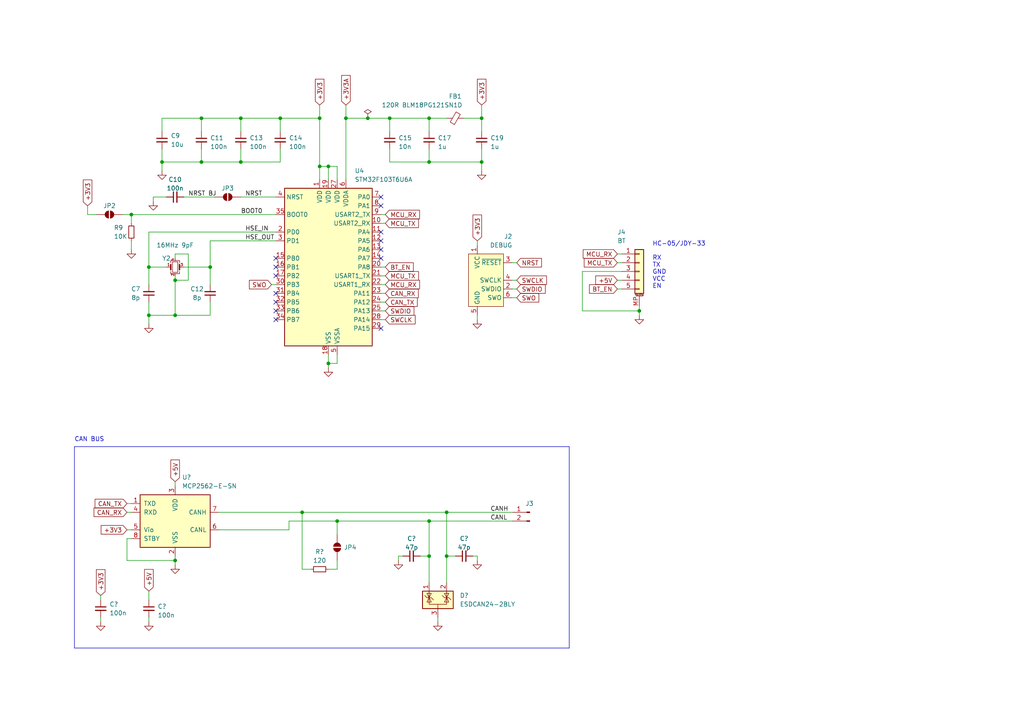
<source format=kicad_sch>
(kicad_sch (version 20230121) (generator eeschema)
  (paper "A4")
  (lib_symbols
    (symbol "Connector:Conn_01x02_Pin" (pin_names (offset 1.016) hide)
      (property "Reference" "J" (at 0 2.54 0))
      (property "Value" "Conn_01x02_Pin" (at 0 -5.08 0))
      (symbol "Conn_01x02_Pin_1_1"
        (polyline (pts (xy 1.27 -2.54) (xy 0.8636 -2.54)) (stroke (width 0.1524)))
        (polyline (pts (xy 1.27 0) (xy 0.8636 0)) (stroke (width 0.1524)))
        (rectangle (start 0.8636 -2.413) (end 0 -2.667) (stroke (width 0.1524)) (fill (type outline)))
        (rectangle (start 0.8636 0.127) (end 0 -0.127) (stroke (width 0.1524)) (fill (type outline)))
        (pin passive line (at 5.08 0 180) (length 3.81) (name "Pin_1") (number "1"))
        (pin passive line (at 5.08 -2.54 180) (length 3.81) (name "Pin_2") (number "2"))
      )
    )
    (symbol "Connector:Conn_ARM_SWD_TagConnect_TC2030-NL" (in_bom no)
      (property "Reference" "J" (at 2.54 11.43 0))
      (property "Value" "Conn_ARM_SWD_TagConnect_TC2030-NL" (at 2.54 8.89 0))
      (symbol "Conn_ARM_SWD_TagConnect_TC2030-NL_0_0"
        (pin power_in line (at -2.54 10.16 270) (length 2.54) (name "VCC") (number "1"))
        (pin bidirectional line (at 7.62 -2.54 180) (length 2.54) (name "SWDIO") (number "2"))
        (pin open_collector line (at 7.62 5.08 180) (length 2.54) (name "~{RESET}") (number "3"))
        (pin output line (at 7.62 0 180) (length 2.54) (name "SWCLK") (number "4"))
        (pin power_in line (at -2.54 -10.16 90) (length 2.54) (name "GND") (number "5"))
        (pin input line (at 7.62 -5.08 180) (length 2.54) (name "SWO") (number "6"))
      )
      (symbol "Conn_ARM_SWD_TagConnect_TC2030-NL_0_1"
        (rectangle (start -5.08 7.62) (end 5.08 -7.62) (fill (type background)))
      )
    )
    (symbol "Connector_Generic_MountingPin:Conn_01x05_MountingPin" (pin_names (offset 1.016) hide)
      (property "Reference" "J" (at 0 7.62 0))
      (property "Value" "Conn_01x05_MountingPin" (at 1.27 -7.62 0))
      (symbol "Conn_01x05_MountingPin_1_1"
        (rectangle (start -1.27 -4.953) (end 0 -5.207) (stroke (width 0.1524)))
        (rectangle (start -1.27 -2.413) (end 0 -2.667) (stroke (width 0.1524)))
        (rectangle (start -1.27 0.127) (end 0 -0.127) (stroke (width 0.1524)))
        (rectangle (start -1.27 2.667) (end 0 2.413) (stroke (width 0.1524)))
        (rectangle (start -1.27 5.207) (end 0 4.953) (stroke (width 0.1524)))
        (rectangle (start -1.27 6.35) (end 1.27 -6.35) (stroke (width 0.254)) (fill (type background)))
        (polyline (pts (xy -1.016 -7.112) (xy 1.016 -7.112)) (stroke (width 0.1524)))
        (text "Mounting" (at 0 -6.731 0) (effects (font (size 0.381 0.381))))
        (pin passive line (at -5.08 5.08 0) (length 3.81) (name "Pin_1") (number "1"))
        (pin passive line (at -5.08 2.54 0) (length 3.81) (name "Pin_2") (number "2"))
        (pin passive line (at -5.08 0 0) (length 3.81) (name "Pin_3") (number "3"))
        (pin passive line (at -5.08 -2.54 0) (length 3.81) (name "Pin_4") (number "4"))
        (pin passive line (at -5.08 -5.08 0) (length 3.81) (name "Pin_5") (number "5"))
        (pin passive line (at 0 -10.16 90) (length 3.048) (name "MountPin") (number "MP"))
      )
    )
    (symbol "Device:C_Small" (pin_numbers hide) (pin_names (offset 0.254) hide)
      (property "Reference" "C" (at 0.254 1.778 0))
      (property "Value" "C_Small" (at 0.254 -2.032 0))
      (symbol "C_Small_0_1"
        (polyline (pts (xy -1.524 -0.508) (xy 1.524 -0.508)) (stroke (width 0.3302)))
        (polyline (pts (xy -1.524 0.508) (xy 1.524 0.508)) (stroke (width 0.3048)))
      )
      (symbol "C_Small_1_1"
        (pin passive line (at 0 2.54 270) (length 2.032) (name "~") (number "1"))
        (pin passive line (at 0 -2.54 90) (length 2.032) (name "~") (number "2"))
      )
    )
    (symbol "Device:Crystal_GND24_Small" (pin_names (offset 1.016) hide)
      (property "Reference" "Y" (at 1.27 4.445 0))
      (property "Value" "Crystal_GND24_Small" (at 1.27 2.54 0))
      (symbol "Crystal_GND24_Small_0_1"
        (rectangle (start -0.762 -1.524) (end 0.762 1.524))
        (polyline (pts (xy -1.27 -0.762) (xy -1.27 0.762)) (stroke (width 0.381)))
        (polyline (pts (xy 1.27 -0.762) (xy 1.27 0.762)) (stroke (width 0.381)))
        (polyline (pts (xy -1.27 -1.27) (xy -1.27 -1.905) (xy 1.27 -1.905) (xy 1.27 -1.27)))
        (polyline (pts (xy -1.27 1.27) (xy -1.27 1.905) (xy 1.27 1.905) (xy 1.27 1.27)))
      )
      (symbol "Crystal_GND24_Small_1_1"
        (pin passive line (at -2.54 0 0) (length 1.27) (name "1") (number "1"))
        (pin passive line (at 0 -2.54 90) (length 0.635) (name "2") (number "2"))
        (pin passive line (at 2.54 0 180) (length 1.27) (name "3") (number "3"))
        (pin passive line (at 0 2.54 270) (length 0.635) (name "4") (number "4"))
      )
    )
    (symbol "Device:FerriteBead_Small" (pin_numbers hide) (pin_names (offset 0))
      (property "Reference" "FB" (at 1.905 1.27 0))
      (property "Value" "FerriteBead_Small" (at 1.905 -1.27 0))
      (symbol "FerriteBead_Small_0_1"
        (polyline (pts (xy 0 -1.27) (xy 0 -0.7874)))
        (polyline (pts (xy 0 0.889) (xy 0 1.2954)))
        (polyline (pts (xy -1.8288 0.2794) (xy -1.1176 1.4986) (xy 1.8288 -0.2032) (xy 1.1176 -1.4224) (xy -1.8288 0.2794)))
      )
      (symbol "FerriteBead_Small_1_1"
        (pin passive line (at 0 2.54 270) (length 1.27) (name "~") (number "1"))
        (pin passive line (at 0 -2.54 90) (length 1.27) (name "~") (number "2"))
      )
    )
    (symbol "Device:R_Small" (pin_numbers hide) (pin_names (offset 0.254) hide)
      (property "Reference" "R" (at 0.762 0.508 0))
      (property "Value" "R_Small" (at 0.762 -1.016 0))
      (symbol "R_Small_0_1"
        (rectangle (start -0.762 1.778) (end 0.762 -1.778) (stroke (width 0.2032)))
      )
      (symbol "R_Small_1_1"
        (pin passive line (at 0 2.54 270) (length 0.762) (name "~") (number "1"))
        (pin passive line (at 0 -2.54 90) (length 0.762) (name "~") (number "2"))
      )
    )
    (symbol "GND_1" (power) (pin_names (offset 0))
      (property "Value" "GND_1" (at 0 -3.81 0))
      (symbol "GND_1_0_1"
        (polyline (pts (xy 0 0) (xy 0 -1.27) (xy 1.27 -1.27) (xy 0 -2.54) (xy -1.27 -1.27) (xy 0 -1.27)))
      )
      (symbol "GND_1_1_1"
        (pin power_in line (at 0 0 270) (length 0) hide (name "GND") (number "1"))
      )
    )
    (symbol "GND_10" (power) (pin_names (offset 0))
      (property "Value" "GND_10" (at 0 -3.81 0))
      (symbol "GND_10_0_1"
        (polyline (pts (xy 0 0) (xy 0 -1.27) (xy 1.27 -1.27) (xy 0 -2.54) (xy -1.27 -1.27) (xy 0 -1.27)))
      )
      (symbol "GND_10_1_1"
        (pin power_in line (at 0 0 270) (length 0) hide (name "GND") (number "1"))
      )
    )
    (symbol "GND_11" (power) (pin_names (offset 0))
      (property "Value" "GND_11" (at 0 -3.81 0))
      (symbol "GND_11_0_1"
        (polyline (pts (xy 0 0) (xy 0 -1.27) (xy 1.27 -1.27) (xy 0 -2.54) (xy -1.27 -1.27) (xy 0 -1.27)))
      )
      (symbol "GND_11_1_1"
        (pin power_in line (at 0 0 270) (length 0) hide (name "GND") (number "1"))
      )
    )
    (symbol "GND_2" (power) (pin_names (offset 0))
      (property "Value" "GND_2" (at 0 -3.81 0))
      (symbol "GND_2_0_1"
        (polyline (pts (xy 0 0) (xy 0 -1.27) (xy 1.27 -1.27) (xy 0 -2.54) (xy -1.27 -1.27) (xy 0 -1.27)))
      )
      (symbol "GND_2_1_1"
        (pin power_in line (at 0 0 270) (length 0) hide (name "GND") (number "1"))
      )
    )
    (symbol "GND_3" (power) (pin_names (offset 0))
      (property "Value" "GND_3" (at 0 -3.81 0))
      (symbol "GND_3_0_1"
        (polyline (pts (xy 0 0) (xy 0 -1.27) (xy 1.27 -1.27) (xy 0 -2.54) (xy -1.27 -1.27) (xy 0 -1.27)))
      )
      (symbol "GND_3_1_1"
        (pin power_in line (at 0 0 270) (length 0) hide (name "GND") (number "1"))
      )
    )
    (symbol "GND_4" (power) (pin_names (offset 0))
      (property "Value" "GND_4" (at 0 -3.81 0))
      (symbol "GND_4_0_1"
        (polyline (pts (xy 0 0) (xy 0 -1.27) (xy 1.27 -1.27) (xy 0 -2.54) (xy -1.27 -1.27) (xy 0 -1.27)))
      )
      (symbol "GND_4_1_1"
        (pin power_in line (at 0 0 270) (length 0) hide (name "GND") (number "1"))
      )
    )
    (symbol "GND_5" (power) (pin_names (offset 0))
      (property "Value" "GND_5" (at 0 -3.81 0))
      (symbol "GND_5_0_1"
        (polyline (pts (xy 0 0) (xy 0 -1.27) (xy 1.27 -1.27) (xy 0 -2.54) (xy -1.27 -1.27) (xy 0 -1.27)))
      )
      (symbol "GND_5_1_1"
        (pin power_in line (at 0 0 270) (length 0) hide (name "GND") (number "1"))
      )
    )
    (symbol "GND_6" (power) (pin_names (offset 0))
      (property "Value" "GND_6" (at 0 -3.81 0))
      (symbol "GND_6_0_1"
        (polyline (pts (xy 0 0) (xy 0 -1.27) (xy 1.27 -1.27) (xy 0 -2.54) (xy -1.27 -1.27) (xy 0 -1.27)))
      )
      (symbol "GND_6_1_1"
        (pin power_in line (at 0 0 270) (length 0) hide (name "GND") (number "1"))
      )
    )
    (symbol "GND_7" (power) (pin_names (offset 0))
      (property "Value" "GND_7" (at 0 -3.81 0))
      (symbol "GND_7_0_1"
        (polyline (pts (xy 0 0) (xy 0 -1.27) (xy 1.27 -1.27) (xy 0 -2.54) (xy -1.27 -1.27) (xy 0 -1.27)))
      )
      (symbol "GND_7_1_1"
        (pin power_in line (at 0 0 270) (length 0) hide (name "GND") (number "1"))
      )
    )
    (symbol "GND_8" (power) (pin_names (offset 0))
      (property "Value" "GND_8" (at 0 -3.81 0))
      (symbol "GND_8_0_1"
        (polyline (pts (xy 0 0) (xy 0 -1.27) (xy 1.27 -1.27) (xy 0 -2.54) (xy -1.27 -1.27) (xy 0 -1.27)))
      )
      (symbol "GND_8_1_1"
        (pin power_in line (at 0 0 270) (length 0) hide (name "GND") (number "1"))
      )
    )
    (symbol "GND_9" (power) (pin_names (offset 0))
      (property "Value" "GND_9" (at 0 -3.81 0))
      (symbol "GND_9_0_1"
        (polyline (pts (xy 0 0) (xy 0 -1.27) (xy 1.27 -1.27) (xy 0 -2.54) (xy -1.27 -1.27) (xy 0 -1.27)))
      )
      (symbol "GND_9_1_1"
        (pin power_in line (at 0 0 270) (length 0) hide (name "GND") (number "1"))
      )
    )
    (symbol "Interface_CAN_LIN:MCP2562-E-SN" (pin_names (offset 1.016))
      (property "Reference" "U" (at -10.16 8.89 0))
      (property "Value" "MCP2562-E-SN" (at 2.54 8.89 0))
      (symbol "MCP2562-E-SN_0_1"
        (rectangle (start -10.16 7.62) (end 10.16 -7.62) (stroke (width 0.254)) (fill (type background)))
      )
      (symbol "MCP2562-E-SN_1_1"
        (pin input line (at -12.7 5.08 0) (length 2.54) (name "TXD") (number "1"))
        (pin power_in line (at 0 -10.16 90) (length 2.54) (name "VSS") (number "2"))
        (pin power_in line (at 0 10.16 270) (length 2.54) (name "VDD") (number "3"))
        (pin output line (at -12.7 2.54 0) (length 2.54) (name "RXD") (number "4"))
        (pin power_in line (at -12.7 -2.54 0) (length 2.54) (name "Vio") (number "5"))
        (pin bidirectional line (at 12.7 -2.54 180) (length 2.54) (name "CANL") (number "6"))
        (pin bidirectional line (at 12.7 2.54 180) (length 2.54) (name "CANH") (number "7"))
        (pin input line (at -12.7 -5.08 0) (length 2.54) (name "STBY") (number "8"))
      )
    )
    (symbol "Jumper:SolderJumper_2_Open" (pin_numbers hide) (pin_names (offset 0) hide)
      (property "Reference" "JP" (at 0 2.032 0))
      (property "Value" "SolderJumper_2_Open" (at 0 -2.54 0))
      (symbol "SolderJumper_2_Open_0_1"
        (arc (start -0.254 1.016) (mid -1.2656 0) (end -0.254 -1.016))
        (arc (start -0.254 1.016) (mid -1.2656 0) (end -0.254 -1.016) (fill (type outline)))
        (polyline (pts (xy -0.254 1.016) (xy -0.254 -1.016)))
        (polyline (pts (xy 0.254 1.016) (xy 0.254 -1.016)))
        (arc (start 0.254 -1.016) (mid 1.2656 0) (end 0.254 1.016))
        (arc (start 0.254 -1.016) (mid 1.2656 0) (end 0.254 1.016) (fill (type outline)))
      )
      (symbol "SolderJumper_2_Open_1_1"
        (pin passive line (at -3.81 0 0) (length 2.54) (name "A") (number "1"))
        (pin passive line (at 3.81 0 180) (length 2.54) (name "B") (number "2"))
      )
    )
    (symbol "MCU_ST_STM32F1:STM32F103T6Ux"
      (property "Reference" "U" (at -12.7 24.13 0))
      (property "Value" "STM32F103T6Ux" (at 7.62 24.13 0))
      (symbol "STM32F103T6Ux_0_1"
        (rectangle (start -12.7 -22.86) (end 12.7 22.86) (stroke (width 0.254)) (fill (type background)))
      )
      (symbol "STM32F103T6Ux_1_1"
        (pin power_in line (at -2.54 25.4 270) (length 2.54) (name "VDD") (number "1"))
        (pin bidirectional line (at 15.24 12.7 180) (length 2.54) (name "PA3") (number "10") (alternate "USART2_RX" bidirectional line))
        (pin bidirectional line (at 15.24 10.16 180) (length 2.54) (name "PA4") (number "11"))
        (pin bidirectional line (at 15.24 7.62 180) (length 2.54) (name "PA5") (number "12"))
        (pin bidirectional line (at 15.24 5.08 180) (length 2.54) (name "PA6") (number "13"))
        (pin bidirectional line (at 15.24 2.54 180) (length 2.54) (name "PA7") (number "14"))
        (pin bidirectional line (at -15.24 2.54 0) (length 2.54) (name "PB0") (number "15"))
        (pin bidirectional line (at -15.24 0 0) (length 2.54) (name "PB1") (number "16"))
        (pin bidirectional line (at -15.24 -2.54 0) (length 2.54) (name "PB2") (number "17"))
        (pin power_in line (at 0 -25.4 90) (length 2.54) (name "VSS") (number "18"))
        (pin power_in line (at 0 25.4 270) (length 2.54) (name "VDD") (number "19"))
        (pin bidirectional line (at -15.24 10.16 0) (length 2.54) (name "PD0") (number "2"))
        (pin bidirectional line (at 15.24 0 180) (length 2.54) (name "PA8") (number "20"))
        (pin bidirectional line (at 15.24 -2.54 180) (length 2.54) (name "PA9") (number "21") (alternate "USART1_TX" bidirectional line))
        (pin bidirectional line (at 15.24 -5.08 180) (length 2.54) (name "PA10") (number "22") (alternate "USART1_RX" bidirectional line))
        (pin bidirectional line (at 15.24 -7.62 180) (length 2.54) (name "PA11") (number "23"))
        (pin bidirectional line (at 15.24 -10.16 180) (length 2.54) (name "PA12") (number "24"))
        (pin bidirectional line (at 15.24 -12.7 180) (length 2.54) (name "PA13") (number "25"))
        (pin passive line (at 0 -25.4 90) (length 2.54) hide (name "VSS") (number "26"))
        (pin power_in line (at 2.54 25.4 270) (length 2.54) (name "VDD") (number "27"))
        (pin bidirectional line (at 15.24 -15.24 180) (length 2.54) (name "PA14") (number "28"))
        (pin bidirectional line (at 15.24 -17.78 180) (length 2.54) (name "PA15") (number "29"))
        (pin bidirectional line (at -15.24 7.62 0) (length 2.54) (name "PD1") (number "3"))
        (pin bidirectional line (at -15.24 -5.08 0) (length 2.54) (name "PB3") (number "30"))
        (pin bidirectional line (at -15.24 -7.62 0) (length 2.54) (name "PB4") (number "31"))
        (pin bidirectional line (at -15.24 -10.16 0) (length 2.54) (name "PB5") (number "32"))
        (pin bidirectional line (at -15.24 -12.7 0) (length 2.54) (name "PB6") (number "33") (alternate "USART1_TX" bidirectional line))
        (pin bidirectional line (at -15.24 -15.24 0) (length 2.54) (name "PB7") (number "34") (alternate "USART1_RX" bidirectional line))
        (pin input line (at -15.24 15.24 0) (length 2.54) (name "BOOT0") (number "35"))
        (pin passive line (at 0 -25.4 90) (length 2.54) hide (name "VSS") (number "36"))
        (pin passive line (at 0 -25.4 90) (length 2.54) hide (name "VSS") (number "37"))
        (pin input line (at -15.24 20.32 0) (length 2.54) (name "NRST") (number "4"))
        (pin power_in line (at 2.54 -25.4 90) (length 2.54) (name "VSSA") (number "5"))
        (pin power_in line (at 5.08 25.4 270) (length 2.54) (name "VDDA") (number "6"))
        (pin bidirectional line (at 15.24 20.32 180) (length 2.54) (name "PA0") (number "7"))
        (pin bidirectional line (at 15.24 17.78 180) (length 2.54) (name "PA1") (number "8"))
        (pin bidirectional line (at 15.24 15.24 180) (length 2.54) (name "PA2") (number "9") (alternate "USART2_TX" bidirectional line))
      )
    )
    (symbol "Power_Protection:SZNUP2105L" (pin_names hide)
      (property "Reference" "D" (at 5.715 2.54 0))
      (property "Value" "SZNUP2105L" (at 5.715 0.635 0))
      (symbol "SZNUP2105L_0_0"
        (pin passive line (at 0 -5.08 90) (length 2.54) (name "A") (number "3"))
      )
      (symbol "SZNUP2105L_0_1"
        (rectangle (start -4.445 2.54) (end 4.445 -2.54) (stroke (width 0.254)) (fill (type background)))
        (polyline (pts (xy -2.54 2.54) (xy -2.54 0.635)))
        (polyline (pts (xy 0 -1.27) (xy 0 -2.54)))
        (polyline (pts (xy 2.54 2.54) (xy 2.54 0.635)))
        (polyline (pts (xy -3.81 1.27) (xy -3.175 0.635) (xy -1.905 0.635) (xy -1.27 0)))
        (polyline (pts (xy -2.54 0.635) (xy -2.54 -1.27) (xy 2.54 -1.27) (xy 2.54 0.635)))
        (polyline (pts (xy -2.54 0.635) (xy -1.905 -0.635) (xy -3.175 -0.635) (xy -2.54 0.635)))
        (polyline (pts (xy 2.54 0.635) (xy 1.905 -0.635) (xy 3.175 -0.635) (xy 2.54 0.635)))
        (polyline (pts (xy 2.54 0.635) (xy 3.175 1.905) (xy 1.905 1.905) (xy 2.54 0.635)))
        (polyline (pts (xy -2.54 0.635) (xy -3.175 1.905) (xy -1.905 1.905) (xy -2.54 0.635) (xy -2.54 1.27)))
        (polyline (pts (xy 1.27 1.27) (xy 1.905 0.635) (xy 2.54 0.635) (xy 3.175 0.635) (xy 3.81 0)))
      )
      (symbol "SZNUP2105L_1_1"
        (pin passive line (at -2.54 5.08 270) (length 2.54) (name "K") (number "1"))
        (pin passive line (at 2.54 5.08 270) (length 2.54) (name "K") (number "2"))
      )
    )
    (symbol "power:GND" (power) (pin_names (offset 0))
      (property "Value" "GND" (at 0 -3.81 0))
      (symbol "GND_0_1"
        (polyline (pts (xy 0 0) (xy 0 -1.27) (xy 1.27 -1.27) (xy 0 -2.54) (xy -1.27 -1.27) (xy 0 -1.27)))
      )
      (symbol "GND_1_1"
        (pin power_in line (at 0 0 270) (length 0) hide (name "GND") (number "1"))
      )
    )
    (symbol "power:PWR_FLAG" (power) (pin_numbers hide) (pin_names (offset 0) hide)
      (property "Value" "PWR_FLAG" (at 0 3.81 0))
      (symbol "PWR_FLAG_0_0"
        (pin power_out line (at 0 0 90) (length 0) (name "pwr") (number "1"))
      )
      (symbol "PWR_FLAG_0_1"
        (polyline (pts (xy 0 0) (xy 0 1.27) (xy -1.016 1.905) (xy 0 2.54) (xy 1.016 1.905) (xy 0 1.27)))
      )
    )
  )
  (junction (at 100.33 34.29))
  (junction (at 50.8 162.56))
  (junction (at 95.25 105.41))
  (junction (at 69.85 34.29))
  (junction (at 81.28 34.29))
  (junction (at 43.18 77.47))
  (junction (at 129.54 148.59))
  (junction (at 92.71 34.29))
  (junction (at 97.79 151.13))
  (junction (at 124.46 34.29))
  (junction (at 124.46 161.29))
  (junction (at 87.63 148.59))
  (junction (at 60.96 77.47))
  (junction (at 139.7 46.99))
  (junction (at 124.46 46.99))
  (junction (at 43.18 91.44))
  (junction (at 58.42 46.99))
  (junction (at 129.54 161.29))
  (junction (at 124.46 151.13))
  (junction (at 92.71 48.26))
  (junction (at 46.99 46.99))
  (junction (at 95.25 48.26))
  (junction (at 50.8 91.44))
  (junction (at 185.42 90.17))
  (junction (at 38.1 62.23))
  (junction (at 50.8 81.28))
  (junction (at 69.85 46.99))
  (junction (at 113.03 34.29))
  (junction (at 139.7 34.29))
  (junction (at 58.42 34.29))
  (junction (at 106.68 34.29))
  (no_connect (at 80.01 92.71))
  (no_connect (at 80.01 80.01))
  (no_connect (at 80.01 85.09))
  (no_connect (at 110.49 67.31))
  (no_connect (at 80.01 90.17))
  (no_connect (at 110.49 72.39))
  (no_connect (at 110.49 69.85))
  (no_connect (at 110.49 57.15))
  (no_connect (at 110.49 74.93))
  (no_connect (at 80.01 77.47))
  (no_connect (at 110.49 95.25))
  (no_connect (at 80.01 74.93))
  (no_connect (at 80.01 87.63))
  (no_connect (at 110.49 59.69))
  (wire (pts (xy 185.42 91.44) (xy 185.42 90.17)))
  (wire (pts (xy 36.83 162.56) (xy 50.8 162.56)))
  (wire (pts (xy 36.83 153.67) (xy 38.1 153.67)))
  (wire (pts (xy 111.76 82.55) (xy 110.49 82.55)))
  (wire (pts (xy 87.63 148.59) (xy 129.54 148.59)))
  (wire (pts (xy 54.61 81.28) (xy 50.8 81.28)))
  (wire (pts (xy 139.7 46.99) (xy 139.7 49.53)))
  (wire (pts (xy 95.25 105.41) (xy 95.25 106.68)))
  (wire (pts (xy 139.7 43.18) (xy 139.7 46.99)))
  (wire (pts (xy 81.28 43.18) (xy 81.28 46.99)))
  (wire (pts (xy 92.71 30.48) (xy 92.71 34.29)))
  (wire (pts (xy 129.54 148.59) (xy 148.59 148.59)))
  (wire (pts (xy 50.8 162.56) (xy 50.8 163.83)))
  (wire (pts (xy 97.79 151.13) (xy 124.46 151.13)))
  (wire (pts (xy 127 179.07) (xy 127 180.34)))
  (wire (pts (xy 168.91 78.74) (xy 168.91 90.17)))
  (wire (pts (xy 50.8 81.28) (xy 50.8 91.44)))
  (wire (pts (xy 63.5 153.67) (xy 83.82 153.67)))
  (wire (pts (xy 53.34 77.47) (xy 60.96 77.47)))
  (wire (pts (xy 25.4 62.23) (xy 27.94 62.23)))
  (wire (pts (xy 121.92 161.29) (xy 124.46 161.29)))
  (wire (pts (xy 124.46 151.13) (xy 124.46 161.29)))
  (polyline (pts (xy 21.59 129.54) (xy 165.1 129.54)))
  (wire (pts (xy 43.18 171.45) (xy 43.18 173.99)))
  (wire (pts (xy 69.85 34.29) (xy 69.85 38.1)))
  (wire (pts (xy 38.1 156.21) (xy 36.83 156.21)))
  (wire (pts (xy 137.16 161.29) (xy 138.43 161.29)))
  (wire (pts (xy 179.07 81.28) (xy 180.34 81.28)))
  (wire (pts (xy 149.86 81.28) (xy 148.59 81.28)))
  (wire (pts (xy 38.1 62.23) (xy 38.1 64.77)))
  (wire (pts (xy 139.7 34.29) (xy 139.7 38.1)))
  (wire (pts (xy 43.18 67.31) (xy 43.18 77.47)))
  (wire (pts (xy 60.96 77.47) (xy 60.96 82.55)))
  (wire (pts (xy 148.59 86.36) (xy 149.86 86.36)))
  (wire (pts (xy 38.1 69.85) (xy 38.1 72.39)))
  (wire (pts (xy 50.8 162.56) (xy 50.8 161.29)))
  (wire (pts (xy 43.18 91.44) (xy 43.18 93.98)))
  (wire (pts (xy 149.86 83.82) (xy 148.59 83.82)))
  (wire (pts (xy 78.74 82.55) (xy 80.01 82.55)))
  (wire (pts (xy 168.91 90.17) (xy 185.42 90.17)))
  (wire (pts (xy 69.85 57.15) (xy 80.01 57.15)))
  (wire (pts (xy 83.82 151.13) (xy 97.79 151.13)))
  (wire (pts (xy 63.5 148.59) (xy 87.63 148.59)))
  (wire (pts (xy 113.03 46.99) (xy 124.46 46.99)))
  (wire (pts (xy 54.61 73.66) (xy 54.61 81.28)))
  (wire (pts (xy 97.79 105.41) (xy 95.25 105.41)))
  (wire (pts (xy 58.42 46.99) (xy 69.85 46.99)))
  (wire (pts (xy 95.25 102.87) (xy 95.25 105.41)))
  (wire (pts (xy 50.8 74.93) (xy 50.8 73.66)))
  (wire (pts (xy 138.43 161.29) (xy 138.43 162.56)))
  (wire (pts (xy 50.8 91.44) (xy 60.96 91.44)))
  (wire (pts (xy 185.42 90.17) (xy 185.42 88.9)))
  (wire (pts (xy 129.54 161.29) (xy 132.08 161.29)))
  (wire (pts (xy 97.79 162.56) (xy 97.79 165.1)))
  (wire (pts (xy 97.79 151.13) (xy 97.79 154.94)))
  (wire (pts (xy 83.82 151.13) (xy 83.82 153.67)))
  (wire (pts (xy 92.71 48.26) (xy 92.71 52.07)))
  (wire (pts (xy 129.54 161.29) (xy 129.54 168.91)))
  (wire (pts (xy 29.21 172.72) (xy 29.21 173.99)))
  (wire (pts (xy 43.18 77.47) (xy 48.26 77.47)))
  (wire (pts (xy 58.42 43.18) (xy 58.42 46.99)))
  (wire (pts (xy 113.03 34.29) (xy 106.68 34.29)))
  (wire (pts (xy 111.76 85.09) (xy 110.49 85.09)))
  (wire (pts (xy 90.17 165.1) (xy 87.63 165.1)))
  (wire (pts (xy 48.26 57.15) (xy 44.45 57.15)))
  (wire (pts (xy 115.57 161.29) (xy 115.57 162.56)))
  (polyline (pts (xy 165.1 129.54) (xy 165.1 187.96)))
  (wire (pts (xy 60.96 69.85) (xy 80.01 69.85)))
  (wire (pts (xy 179.07 83.82) (xy 180.34 83.82)))
  (wire (pts (xy 46.99 46.99) (xy 58.42 46.99)))
  (wire (pts (xy 69.85 43.18) (xy 69.85 46.99)))
  (wire (pts (xy 69.85 46.99) (xy 81.28 46.99)))
  (wire (pts (xy 138.43 92.71) (xy 138.43 91.44)))
  (wire (pts (xy 81.28 34.29) (xy 92.71 34.29)))
  (wire (pts (xy 149.86 76.2) (xy 148.59 76.2)))
  (wire (pts (xy 80.01 67.31) (xy 43.18 67.31)))
  (wire (pts (xy 134.62 34.29) (xy 139.7 34.29)))
  (wire (pts (xy 36.83 146.05) (xy 38.1 146.05)))
  (wire (pts (xy 43.18 179.07) (xy 43.18 180.34)))
  (polyline (pts (xy 165.1 187.96) (xy 21.59 187.96)))
  (wire (pts (xy 43.18 91.44) (xy 50.8 91.44)))
  (wire (pts (xy 110.49 62.23) (xy 111.76 62.23)))
  (wire (pts (xy 95.25 48.26) (xy 92.71 48.26)))
  (wire (pts (xy 179.07 76.2) (xy 180.34 76.2)))
  (wire (pts (xy 124.46 151.13) (xy 148.59 151.13)))
  (wire (pts (xy 46.99 46.99) (xy 46.99 49.53)))
  (wire (pts (xy 87.63 148.59) (xy 87.63 165.1)))
  (wire (pts (xy 46.99 38.1) (xy 46.99 34.29)))
  (wire (pts (xy 43.18 77.47) (xy 43.18 82.55)))
  (wire (pts (xy 43.18 87.63) (xy 43.18 91.44)))
  (wire (pts (xy 116.84 161.29) (xy 115.57 161.29)))
  (wire (pts (xy 100.33 30.48) (xy 100.33 34.29)))
  (wire (pts (xy 25.4 59.69) (xy 25.4 62.23)))
  (wire (pts (xy 58.42 34.29) (xy 69.85 34.29)))
  (wire (pts (xy 124.46 46.99) (xy 124.46 43.18)))
  (wire (pts (xy 53.34 57.15) (xy 62.23 57.15)))
  (wire (pts (xy 46.99 34.29) (xy 58.42 34.29)))
  (wire (pts (xy 44.45 57.15) (xy 44.45 58.42)))
  (wire (pts (xy 50.8 139.7) (xy 50.8 140.97)))
  (wire (pts (xy 139.7 30.48) (xy 139.7 34.29)))
  (wire (pts (xy 60.96 77.47) (xy 60.96 69.85)))
  (wire (pts (xy 113.03 38.1) (xy 113.03 34.29)))
  (wire (pts (xy 139.7 46.99) (xy 124.46 46.99)))
  (wire (pts (xy 35.56 62.23) (xy 38.1 62.23)))
  (wire (pts (xy 81.28 34.29) (xy 81.28 38.1)))
  (wire (pts (xy 36.83 148.59) (xy 38.1 148.59)))
  (wire (pts (xy 111.76 90.17) (xy 110.49 90.17)))
  (wire (pts (xy 111.76 92.71) (xy 110.49 92.71)))
  (wire (pts (xy 69.85 34.29) (xy 81.28 34.29)))
  (wire (pts (xy 129.54 148.59) (xy 129.54 161.29)))
  (wire (pts (xy 100.33 34.29) (xy 100.33 52.07)))
  (wire (pts (xy 110.49 64.77) (xy 111.76 64.77)))
  (wire (pts (xy 95.25 165.1) (xy 97.79 165.1)))
  (wire (pts (xy 58.42 34.29) (xy 58.42 38.1)))
  (wire (pts (xy 46.99 43.18) (xy 46.99 46.99)))
  (wire (pts (xy 50.8 73.66) (xy 54.61 73.66)))
  (wire (pts (xy 111.76 87.63) (xy 110.49 87.63)))
  (wire (pts (xy 124.46 38.1) (xy 124.46 34.29)))
  (wire (pts (xy 111.76 80.01) (xy 110.49 80.01)))
  (wire (pts (xy 97.79 48.26) (xy 95.25 48.26)))
  (wire (pts (xy 124.46 34.29) (xy 129.54 34.29)))
  (wire (pts (xy 29.21 180.34) (xy 29.21 179.07)))
  (polyline (pts (xy 21.59 187.96) (xy 21.59 129.54)))
  (wire (pts (xy 106.68 34.29) (xy 100.33 34.29)))
  (wire (pts (xy 38.1 62.23) (xy 80.01 62.23)))
  (wire (pts (xy 36.83 156.21) (xy 36.83 162.56)))
  (wire (pts (xy 97.79 102.87) (xy 97.79 105.41)))
  (wire (pts (xy 97.79 48.26) (xy 97.79 52.07)))
  (wire (pts (xy 180.34 78.74) (xy 168.91 78.74)))
  (wire (pts (xy 95.25 52.07) (xy 95.25 48.26)))
  (wire (pts (xy 124.46 34.29) (xy 113.03 34.29)))
  (wire (pts (xy 113.03 43.18) (xy 113.03 46.99)))
  (wire (pts (xy 179.07 73.66) (xy 180.34 73.66)))
  (wire (pts (xy 124.46 161.29) (xy 124.46 168.91)))
  (wire (pts (xy 60.96 87.63) (xy 60.96 91.44)))
  (wire (pts (xy 50.8 80.01) (xy 50.8 81.28)))
  (wire (pts (xy 138.43 69.85) (xy 138.43 71.12)))
  (wire (pts (xy 111.76 77.47) (xy 110.49 77.47)))
  (wire (pts (xy 92.71 48.26) (xy 92.71 34.29)))
  (text "HC-05/JDY-33\n\nRX\nTX\nGND\nVCC\nEN" (at 189.23 83.82 0) (effects (font (size 1.27 1.27)) (justify left bottom)))
  (text "CAN BUS" (at 21.59 128.27 0) (effects (font (size 1.27 1.27)) (justify left bottom)))
  (label "CANH" (at 142.24 148.59 0))
  (label "HSE_OUT" (at 71.12 69.85 0))
  (label "BOOT0" (at 69.85 62.23 0))
  (label "NRST BJ" (at 54.61 57.15 0))
  (label "HSE_IN" (at 71.12 67.31 0))
  (label "NRST" (at 71.12 57.15 0))
  (label "CANL" (at 142.24 151.13 0))
  (global_label "MCU_RX" (shape input) (at 179.07 73.66 180) (property "Intersheetrefs" "${INTERSHEET_REFS}" (effects hide)))
  (global_label "MCU_TX" (shape input) (at 111.76 80.01 0) (property "Intersheetrefs" "${INTERSHEET_REFS}" (effects hide)))
  (global_label "+3V3A" (shape input) (at 100.33 30.48 90) (property "Intersheetrefs" "${INTERSHEET_REFS}" (effects hide)))
  (global_label "MCU_TX" (shape input) (at 179.07 76.2 180) (property "Intersheetrefs" "${INTERSHEET_REFS}" (effects hide)))
  (global_label "+3V3" (shape input) (at 92.71 30.48 90) (property "Intersheetrefs" "${INTERSHEET_REFS}" (effects hide)))
  (global_label "+5V" (shape input) (at 43.18 171.45 90) (property "Intersheetrefs" "${INTERSHEET_REFS}" (effects hide)))
  (global_label "+5V" (shape input) (at 50.8 139.7 90) (property "Intersheetrefs" "${INTERSHEET_REFS}" (effects hide)))
  (global_label "+3V3" (shape input) (at 138.43 69.85 90) (property "Intersheetrefs" "${INTERSHEET_REFS}" (effects hide)))
  (global_label "+3V3" (shape input) (at 29.21 172.72 90) (property "Intersheetrefs" "${INTERSHEET_REFS}" (effects hide)))
  (global_label "+3V3" (shape input) (at 36.83 153.67 180) (property "Intersheetrefs" "${INTERSHEET_REFS}" (effects hide)))
  (global_label "CAN_RX" (shape input) (at 111.76 85.09 0) (property "Intersheetrefs" "${INTERSHEET_REFS}" (effects hide)))
  (global_label "CAN_RX" (shape input) (at 36.83 148.59 180) (property "Intersheetrefs" "${INTERSHEET_REFS}" (effects hide)))
  (global_label "MCU_TX" (shape input) (at 111.76 64.77 0) (property "Intersheetrefs" "${INTERSHEET_REFS}" (effects hide)))
  (global_label "BT_EN" (shape input) (at 179.07 83.82 180) (property "Intersheetrefs" "${INTERSHEET_REFS}" (effects hide)))
  (global_label "SWO" (shape input) (at 149.86 86.36 0) (property "Intersheetrefs" "${INTERSHEET_REFS}" (effects hide)))
  (global_label "MCU_RX" (shape input) (at 111.76 62.23 0) (property "Intersheetrefs" "${INTERSHEET_REFS}" (effects hide)))
  (global_label "+5V" (shape input) (at 179.07 81.28 180) (property "Intersheetrefs" "${INTERSHEET_REFS}" (effects hide)))
  (global_label "SWCLK" (shape input) (at 111.76 92.71 0) (property "Intersheetrefs" "${INTERSHEET_REFS}" (effects hide)))
  (global_label "SWDIO" (shape input) (at 149.86 83.82 0) (property "Intersheetrefs" "${INTERSHEET_REFS}" (effects hide)))
  (global_label "MCU_RX" (shape input) (at 111.76 82.55 0) (property "Intersheetrefs" "${INTERSHEET_REFS}" (effects hide)))
  (global_label "NRST" (shape input) (at 149.86 76.2 0) (property "Intersheetrefs" "${INTERSHEET_REFS}" (effects hide)))
  (global_label "SWO" (shape input) (at 78.74 82.55 180) (property "Intersheetrefs" "${INTERSHEET_REFS}" (effects hide)))
  (global_label "CAN_TX" (shape input) (at 36.83 146.05 180) (property "Intersheetrefs" "${INTERSHEET_REFS}" (effects hide)))
  (global_label "BT_EN" (shape input) (at 111.76 77.47 0) (property "Intersheetrefs" "${INTERSHEET_REFS}" (effects hide)))
  (global_label "SWDIO" (shape input) (at 111.76 90.17 0) (property "Intersheetrefs" "${INTERSHEET_REFS}" (effects hide)))
  (global_label "+3V3" (shape input) (at 25.4 59.69 90) (property "Intersheetrefs" "${INTERSHEET_REFS}" (effects hide)))
  (global_label "CAN_TX" (shape input) (at 111.76 87.63 0) (property "Intersheetrefs" "${INTERSHEET_REFS}" (effects hide)))
  (global_label "SWCLK" (shape input) (at 149.86 81.28 0) (property "Intersheetrefs" "${INTERSHEET_REFS}" (effects hide)))
  (global_label "+3V3" (shape input) (at 139.7 30.48 90) (property "Intersheetrefs" "${INTERSHEET_REFS}" (effects hide)))
  (symbol (lib_id "Device:Crystal_GND24_Small") (at 50.8 77.47 0) (unit 1)
    (property "Reference" "Y2" (at 48.26 74.93 0))
    (property "Value" "16MHz 9pF" (at 50.8 71.12 0))
    (property "Footprint" "Crystal:Crystal_SMD_3225-4Pin_3.2x2.5mm" (effects hide))
    (instances (project "cansult" (path "" (reference "Y2") (unit 1))) (project "can-relay" (path "" (reference "Y?") (unit 1))))
  )
  (symbol (lib_id "Device:C_Small") (at 58.42 40.64 0) (mirror y) (unit 1)
    (property "Reference" "C11" (at 60.96 40.0113 0) (effects (justify right)))
    (property "Value" "100n" (at 60.96 42.5513 0) (effects (justify right)))
    (property "Footprint" "Capacitor_SMD:C_0603_1608Metric" (effects hide))
    (instances (project "cansult" (path "" (reference "C11") (unit 1))) (project "can-relay" (path "" (reference "C?") (unit 1))))
  )
  (symbol (lib_id "Jumper:SolderJumper_2_Open") (at 31.75 62.23 0) (unit 1) (in_bom no)
    (property "Reference" "JP2" (at 31.75 59.69 0))
    (property "Value" "SolderJumper_2_Open" (effects hide))
    (property "Footprint" "Jumper:SolderJumper-2_P1.3mm_Open_TrianglePad1.0x1.5mm" (effects hide))
    (instances (project "cansult" (path "" (reference "JP2") (unit 1))) (project "lambda-x2" (path "" (reference "JP?") (unit 1))))
  )
  (symbol (lib_id "Connector:Conn_01x02_Pin") (at 153.67 148.59 0) (mirror y) (unit 1)
    (property "Reference" "J3" (at 152.4 146.05 0) (effects (justify right)))
    (property "Value" "Conn_01x02_Pin" (effects hide))
    (property "Footprint" "Connector_JST:JST_XH_B2B-XH-A_1x02_P2.50mm_Vertical" (effects hide))
  )
  (symbol (lib_id "Device:C_Small") (at 124.46 40.64 0) (mirror y) (unit 1)
    (property "Reference" "C17" (at 127 40.0113 0) (effects (justify right)))
    (property "Value" "1u" (at 127 42.5513 0) (effects (justify right)))
    (property "Footprint" "Capacitor_SMD:C_0603_1608Metric" (effects hide))
    (instances (project "cansult" (path "" (reference "C17") (unit 1))) (project "can-relay" (path "" (reference "C?") (unit 1))))
  )
  (symbol (lib_id "Device:C_Small") (at 113.03 40.64 0) (mirror y) (unit 1)
    (property "Reference" "C15" (at 115.57 40.0113 0) (effects (justify right)))
    (property "Value" "10n" (at 115.57 42.5513 0) (effects (justify right)))
    (property "Footprint" "Capacitor_SMD:C_0603_1608Metric" (effects hide))
    (instances (project "cansult" (path "" (reference "C15") (unit 1))) (project "can-relay" (path "" (reference "C?") (unit 1))))
  )
  (symbol (lib_id "Device:C_Small") (at 29.21 176.53 0) (mirror y) (unit 1)
    (property "Reference" "C?" (at 31.75 175.2662 0) (effects (justify right)))
    (property "Value" "100n" (at 31.75 177.8062 0) (effects (justify right)))
    (property "Footprint" "Capacitor_SMD:C_0603_1608Metric" (effects hide))
    (instances (project "cansult" (path "" (reference "C?") (unit 1)) (path "" (reference "C6") (unit 1))) (project "can-relay" (path "" (reference "C?") (unit 1))))
  )
  (symbol (lib_id "Connector_Generic_MountingPin:Conn_01x05_MountingPin") (at 185.42 78.74 0) (unit 1)
    (property "Reference" "J4" (at 179.07 67.31 0) (effects (justify left)))
    (property "Value" "BT" (at 179.07 69.85 0) (effects (justify left)))
    (property "Footprint" "Connector_JST:JST_GH_BM05B-GHS-TBT_1x05-1MP_P1.25mm_Vertical" (effects hide))
  )
  (symbol (lib_name "GND_10") (lib_id "power:GND") (at 115.57 162.56 0) (unit 1)
    (property "Reference" "#PWR?" (effects hide))
    (property "Value" "GND" (effects hide))
    (instances (project "cansult" (path "" (reference "#PWR?") (unit 1)) (path "" (reference "#PWR020") (unit 1))) (project "can-relay" (path "" (reference "#PWR?") (unit 1))))
  )
  (symbol (lib_id "Device:R_Small") (at 92.71 165.1 90) (unit 1)
    (property "Reference" "R?" (at 92.71 160.02 90))
    (property "Value" "120" (at 92.71 162.56 90))
    (property "Footprint" "Resistor_SMD:R_0603_1608Metric" (effects hide))
    (instances (project "cansult" (path "" (reference "R?") (unit 1)) (path "" (reference "R10") (unit 1))) (project "can-relay" (path "" (reference "R?") (unit 1))))
  )
  (symbol (lib_id "Device:C_Small") (at 46.99 40.64 0) (mirror y) (unit 1)
    (property "Reference" "C9" (at 49.53 39.3762 0) (effects (justify right)))
    (property "Value" "10u" (at 49.53 41.9162 0) (effects (justify right)))
    (property "Footprint" "Capacitor_SMD:C_0603_1608Metric" (effects hide))
    (instances (project "cansult" (path "" (reference "C9") (unit 1))) (project "can-relay" (path "" (reference "C?") (unit 1))))
  )
  (symbol (lib_id "Connector:Conn_ARM_SWD_TagConnect_TC2030-NL") (at 140.97 81.28 0) (unit 1)
    (property "Reference" "J2" (at 148.59 68.58 0) (effects (justify right)))
    (property "Value" "DEBUG" (at 148.59 71.12 0) (effects (justify right)))
    (property "Footprint" "Connector:Tag-Connect_TC2030-IDC-NL_2x03_P1.27mm_Vertical" (effects hide))
    (property "Datasheet" "https://www.tag-connect.com/wp-content/uploads/bsk-pdf-manager/TC2030-CTX_1.pdf" (effects hide))
  )
  (symbol (lib_name "GND_5") (lib_id "power:GND") (at 185.42 91.44 0) (mirror y) (unit 1)
    (property "Reference" "#PWR025" (effects hide))
    (property "Value" "GND" (effects hide))
    (instances (project "cansult" (path "" (reference "#PWR025") (unit 1))) (project "can-relay" (path "" (reference "#PWR?") (unit 1))))
  )
  (symbol (lib_id "Device:FerriteBead_Small") (at 132.08 34.29 90) (unit 1)
    (property "Reference" "FB1" (at 132.0419 27.94 90))
    (property "Value" " 120R BLM18PG121SN1D" (at 121.92 30.48 90))
    (property "Footprint" "Inductor_SMD:L_0603_1608Metric" (effects hide))
    (instances (project "cansult" (path "" (reference "FB1") (unit 1))) (project "can-relay" (path "" (reference "FB?") (unit 1))))
  )
  (symbol (lib_id "Device:C_Small") (at 43.18 85.09 180) (unit 1)
    (property "Reference" "C7" (at 39.37 83.82 0))
    (property "Value" "8p" (at 39.37 86.36 0))
    (property "Footprint" "Capacitor_SMD:C_0805_2012Metric" (effects hide))
    (instances (project "cansult" (path "" (reference "C7") (unit 1))) (project "can-relay" (path "" (reference "C?") (unit 1))))
  )
  (symbol (lib_id "Jumper:SolderJumper_2_Open") (at 66.04 57.15 0) (unit 1) (in_bom no)
    (property "Reference" "JP3" (at 66.04 54.61 0))
    (property "Value" "SolderJumper_2_Open" (effects hide))
    (property "Footprint" "Jumper:SolderJumper-2_P1.3mm_Open_TrianglePad1.0x1.5mm" (effects hide))
    (instances (project "cansult" (path "" (reference "JP3") (unit 1))) (project "lambda-x2" (path "" (reference "JP?") (unit 1))))
  )
  (symbol (lib_id "Device:R_Small") (at 38.1 67.31 0) (unit 1)
    (property "Reference" "R9" (at 33.02 66.04 0) (effects (justify left)))
    (property "Value" "10K" (at 33.02 68.58 0) (effects (justify left)))
    (property "Footprint" "Resistor_SMD:R_0603_1608Metric" (effects hide))
  )
  (symbol (lib_id "Interface_CAN_LIN:MCP2562-E-SN") (at 50.8 151.13 0) (unit 1)
    (property "Reference" "U?" (at 52.8194 138.43 0) (effects (justify left)))
    (property "Value" "MCP2562-E-SN" (at 52.8194 140.97 0) (effects (justify left)))
    (property "Footprint" "Package_SO:SOIC-8_3.9x4.9mm_P1.27mm" (effects hide))
    (property "Datasheet" "http://ww1.microchip.com/downloads/en/DeviceDoc/25167A.pdf" (effects hide))
    (instances (project "cansult" (path "" (reference "U?") (unit 1)) (path "" (reference "U3") (unit 1))) (project "can-relay" (path "" (reference "U?") (unit 1))))
  )
  (symbol (lib_name "GND_4") (lib_id "power:GND") (at 46.99 49.53 0) (unit 1)
    (property "Reference" "#PWR017" (effects hide))
    (property "Value" "GND" (effects hide))
    (instances (project "cansult" (path "" (reference "#PWR017") (unit 1))) (project "can-relay" (path "" (reference "#PWR?") (unit 1))))
  )
  (symbol (lib_name "GND_6") (lib_id "power:GND") (at 95.25 106.68 0) (unit 1)
    (property "Reference" "#PWR019" (effects hide))
    (property "Value" "GND" (effects hide))
    (instances (project "cansult" (path "" (reference "#PWR019") (unit 1))) (project "can-relay" (path "" (reference "#PWR?") (unit 1))))
  )
  (symbol (lib_name "GND_8") (lib_id "power:GND") (at 43.18 180.34 0) (unit 1)
    (property "Reference" "#PWR?" (effects hide))
    (property "Value" "GND" (effects hide))
    (instances (project "cansult" (path "" (reference "#PWR?") (unit 1)) (path "" (reference "#PWR015") (unit 1))) (project "can-relay" (path "" (reference "#PWR?") (unit 1))))
  )
  (symbol (lib_id "Device:C_Small") (at 119.38 161.29 90) (unit 1)
    (property "Reference" "C?" (at 119.38 156.21 90))
    (property "Value" "47p" (at 119.38 158.75 90))
    (property "Footprint" "Capacitor_SMD:C_0603_1608Metric" (effects hide))
    (instances (project "cansult" (path "" (reference "C?") (unit 1)) (path "" (reference "C16") (unit 1))) (project "can-relay" (path "" (reference "C?") (unit 1))))
  )
  (symbol (lib_id "Device:C_Small") (at 43.18 176.53 0) (mirror y) (unit 1)
    (property "Reference" "C?" (at 45.72 175.9013 0) (effects (justify right)))
    (property "Value" "100n" (at 45.72 178.4413 0) (effects (justify right)))
    (property "Footprint" "Capacitor_SMD:C_0603_1608Metric" (effects hide))
    (instances (project "cansult" (path "" (reference "C?") (unit 1)) (path "" (reference "C8") (unit 1))) (project "can-relay" (path "" (reference "C?") (unit 1))))
  )
  (symbol (lib_id "Jumper:SolderJumper_2_Open") (at 97.79 158.75 270) (unit 1) (in_bom no)
    (property "Reference" "JP4" (at 101.6 158.75 90))
    (property "Value" "SolderJumper_2_Open" (effects hide))
    (property "Footprint" "Jumper:SolderJumper-2_P1.3mm_Open_TrianglePad1.0x1.5mm" (effects hide))
    (instances (project "cansult" (path "" (reference "JP4") (unit 1))) (project "lambda-x2" (path "" (reference "JP?") (unit 1))))
  )
  (symbol (lib_id "Device:C_Small") (at 81.28 40.64 0) (mirror y) (unit 1)
    (property "Reference" "C14" (at 83.82 40.0113 0) (effects (justify right)))
    (property "Value" "100n" (at 83.82 42.5513 0) (effects (justify right)))
    (property "Footprint" "Capacitor_SMD:C_0603_1608Metric" (effects hide))
    (instances (project "cansult" (path "" (reference "C14") (unit 1))) (project "can-relay" (path "" (reference "C?") (unit 1))))
  )
  (symbol (lib_id "Device:C_Small") (at 50.8 57.15 90) (mirror x) (unit 1)
    (property "Reference" "C10" (at 50.8 52.07 90))
    (property "Value" "100n" (at 50.8 54.61 90))
    (property "Footprint" "Capacitor_SMD:C_0603_1608Metric" (effects hide))
    (instances (project "cansult" (path "" (reference "C10") (unit 1))) (project "can-relay" (path "" (reference "C?") (unit 1))))
  )
  (symbol (lib_name "GND_3") (lib_id "power:GND") (at 44.45 58.42 0) (unit 1)
    (property "Reference" "#PWR016" (effects hide))
    (property "Value" "GND" (effects hide))
    (instances (project "cansult" (path "" (reference "#PWR016") (unit 1))) (project "can-relay" (path "" (reference "#PWR?") (unit 1))))
  )
  (symbol (lib_name "GND_5") (lib_id "power:GND") (at 139.7 49.53 0) (unit 1)
    (property "Reference" "#PWR024" (effects hide))
    (property "Value" "GND" (effects hide))
    (instances (project "cansult" (path "" (reference "#PWR024") (unit 1))) (project "can-relay" (path "" (reference "#PWR?") (unit 1))))
  )
  (symbol (lib_name "GND_7") (lib_id "power:GND") (at 29.21 180.34 0) (unit 1)
    (property "Reference" "#PWR?" (effects hide))
    (property "Value" "GND" (effects hide))
    (instances (project "cansult" (path "" (reference "#PWR?") (unit 1)) (path "" (reference "#PWR012") (unit 1))) (project "can-relay" (path "" (reference "#PWR?") (unit 1))))
  )
  (symbol (lib_id "Device:C_Small") (at 60.96 85.09 180) (unit 1)
    (property "Reference" "C12" (at 57.15 83.82 0))
    (property "Value" "8p" (at 57.15 86.36 0))
    (property "Footprint" "Capacitor_SMD:C_0805_2012Metric" (effects hide))
    (instances (project "cansult" (path "" (reference "C12") (unit 1))) (project "can-relay" (path "" (reference "C?") (unit 1))))
  )
  (symbol (lib_name "GND_1") (lib_id "power:GND") (at 38.1 72.39 0) (unit 1)
    (property "Reference" "#PWR013" (effects hide))
    (property "Value" "GND" (effects hide))
    (instances (project "cansult" (path "" (reference "#PWR013") (unit 1))) (project "can-relay" (path "" (reference "#PWR?") (unit 1))))
  )
  (symbol (lib_id "Device:C_Small") (at 69.85 40.64 0) (mirror y) (unit 1)
    (property "Reference" "C13" (at 72.39 40.0113 0) (effects (justify right)))
    (property "Value" "100n" (at 72.39 42.5513 0) (effects (justify right)))
    (property "Footprint" "Capacitor_SMD:C_0603_1608Metric" (effects hide))
    (instances (project "cansult" (path "" (reference "C13") (unit 1))) (project "can-relay" (path "" (reference "C?") (unit 1))))
  )
  (symbol (lib_name "GND_9") (lib_id "power:GND") (at 50.8 163.83 0) (unit 1)
    (property "Reference" "#PWR?" (effects hide))
    (property "Value" "GND" (effects hide))
    (instances (project "cansult" (path "" (reference "#PWR?") (unit 1)) (path "" (reference "#PWR018") (unit 1))) (project "can-relay" (path "" (reference "#PWR?") (unit 1))))
  )
  (symbol (lib_name "GND_2") (lib_id "power:GND") (at 43.18 93.98 0) (unit 1)
    (property "Reference" "#PWR014" (effects hide))
    (property "Value" "GND" (effects hide))
    (instances (project "cansult" (path "" (reference "#PWR014") (unit 1))) (project "can-relay" (path "" (reference "#PWR?") (unit 1))))
  )
  (symbol (lib_id "power:PWR_FLAG") (at 106.68 34.29 0) (unit 1)
    (property "Reference" "#FLG03" (effects hide))
    (property "Value" "PWR_FLAG" (effects hide))
    (instances (project "cansult" (path "" (reference "#FLG03") (unit 1))) (project "can-relay" (path "" (reference "#FLG?") (unit 1))))
  )
  (symbol (lib_id "power:GND") (at 138.43 162.56 0) (unit 1)
    (property "Reference" "#PWR?" (effects hide))
    (property "Value" "GND" (effects hide))
    (instances (project "cansult" (path "" (reference "#PWR?") (unit 1)) (path "" (reference "#PWR023") (unit 1))) (project "can-relay" (path "" (reference "#PWR?") (unit 1))))
  )
  (symbol (lib_id "Power_Protection:SZNUP2105L") (at 127 173.99 0) (unit 1)
    (property "Reference" "D?" (at 133.35 172.72 0) (effects (justify left)))
    (property "Value" "ESDCAN24-2BLY" (at 133.35 175.26 0) (effects (justify left)))
    (property "Footprint" "Package_TO_SOT_SMD:SOT-23" (effects hide))
    (property "Datasheet" "http://www.onsemi.com/pub_link/Collateral/NUP2105L-D.PDF" (effects hide))
    (instances (project "cansult" (path "" (reference "D?") (unit 1)) (path "" (reference "D1") (unit 1))) (project "can-relay" (path "" (reference "D?") (unit 1))))
  )
  (symbol (lib_id "Device:C_Small") (at 139.7 40.64 0) (mirror y) (unit 1)
    (property "Reference" "C19" (at 142.24 40.0113 0) (effects (justify right)))
    (property "Value" "1u" (at 142.24 42.5513 0) (effects (justify right)))
    (property "Footprint" "Capacitor_SMD:C_0603_1608Metric" (effects hide))
    (instances (project "cansult" (path "" (reference "C19") (unit 1))) (project "can-relay" (path "" (reference "C?") (unit 1))))
  )
  (symbol (lib_name "GND_5") (lib_id "power:GND") (at 138.43 92.71 0) (unit 1)
    (property "Reference" "#PWR022" (effects hide))
    (property "Value" "GND" (effects hide))
    (instances (project "cansult" (path "" (reference "#PWR022") (unit 1))) (project "can-relay" (path "" (reference "#PWR?") (unit 1))))
  )
  (symbol (lib_id "Device:C_Small") (at 134.62 161.29 90) (mirror x) (unit 1)
    (property "Reference" "C?" (at 134.62 156.21 90))
    (property "Value" "47p" (at 134.62 158.75 90))
    (property "Footprint" "Capacitor_SMD:C_0603_1608Metric" (effects hide))
    (instances (project "cansult" (path "" (reference "C?") (unit 1)) (path "" (reference "C18") (unit 1))) (project "can-relay" (path "" (reference "C?") (unit 1))))
  )
  (symbol (lib_id "MCU_ST_STM32F1:STM32F103T6Ux") (at 95.25 77.47 0) (unit 1)
    (property "Reference" "U4" (at 102.87 49.53 0) (effects (justify left)))
    (property "Value" "STM32F103T6U6A" (at 102.87 52.07 0) (effects (justify left)))
    (property "Footprint" "Package_DFN_QFN:QFN-36-1EP_6x6mm_P0.5mm_EP4.1x4.1mm" (effects hide))
    (property "Datasheet" "https://www.st.com/resource/en/datasheet/stm32f103t6.pdf" (effects hide))
    (pin "10" (alternate "USART2_RX"))
    (pin "21" (alternate "USART1_TX"))
    (pin "22" (alternate "USART1_RX"))
    (pin "9" (alternate "USART2_TX"))
  )
  (symbol (lib_name "GND_11") (lib_id "power:GND") (at 127 180.34 0) (unit 1)
    (property "Reference" "#PWR?" (effects hide))
    (property "Value" "GND" (effects hide))
    (instances (project "cansult" (path "" (reference "#PWR?") (unit 1)) (path "" (reference "#PWR021") (unit 1))) (project "can-relay" (path "" (reference "#PWR?") (unit 1))))
  )
)
</source>
